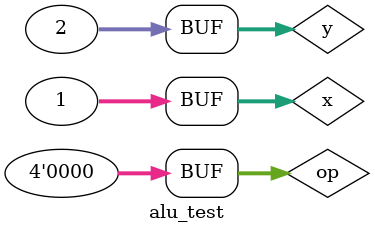
<source format=v>
module alu_test();

    reg [3:0] op;
    reg [31:0] x, y;
    wire [31:0] result1, result2;

    alu test(x, y, op, result1, result2, equ, leq);

    initial begin
        op = 4'b0;
        x = 32'b1;
        y = 32'b10;
        repeat (16) begin
            #10 op = op + 1;
        end
    end

    initial begin
        $dumpfile("alu_test.vcd");
        $dumpvars(2, alu_test);
    end

endmodule

</source>
